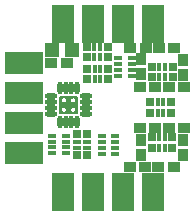
<source format=gts>
G04 DipTrace 3.0.0.2*
G04 ECGNCHADCBFR0402.gts*
%MOIN*%
G04 #@! TF.FileFunction,Soldermask,Top*
G04 #@! TF.Part,Single*
%ADD18C,0.005906*%
%ADD36C,0.0065*%
%ADD56O,0.041339X0.019685*%
%ADD58O,0.019685X0.041339*%
%ADD60R,0.027559X0.017717*%
%ADD62R,0.027559X0.028543*%
%ADD64R,0.017717X0.027559*%
%ADD66R,0.028543X0.027559*%
%ADD68R,0.087874X0.074803*%
%ADD70R,0.070866X0.074803*%
%ADD74R,0.074803X0.087874*%
%ADD78R,0.074803X0.070866*%
%ADD80R,0.051181X0.047244*%
%ADD82R,0.031496X0.017717*%
%ADD84R,0.035433X0.043307*%
%ADD86R,0.043307X0.035433*%
%FSLAX26Y26*%
G04*
G70*
G90*
G75*
G01*
G04 TopMask*
%LPD*%
D86*
X424024Y102209D3*
X372843D3*
D84*
X411843Y192304D3*
Y141123D3*
D82*
X159657Y147630D3*
Y167315D3*
Y187000D3*
Y206685D3*
X114382D3*
Y187000D3*
Y167315D3*
Y147630D3*
X279231Y204332D3*
Y184647D3*
Y164962D3*
Y145277D3*
X324507D3*
Y164962D3*
Y184647D3*
Y204332D3*
X335335Y466196D3*
Y446510D3*
Y426825D3*
Y407140D3*
X380610D3*
Y426825D3*
Y446510D3*
Y466196D3*
D86*
X458178Y233261D3*
X406997D3*
D80*
X179962Y492697D3*
X113033D3*
D86*
X163012Y448063D3*
X111831D3*
X503875Y232886D3*
X555056D3*
D84*
X550134Y193587D3*
Y142406D3*
D86*
X467867Y102167D3*
X519049D3*
X425705Y499612D3*
X374524D3*
X458463Y368546D3*
X407282D3*
D84*
X411895Y411463D3*
Y462644D3*
X550429Y408917D3*
Y460098D3*
D86*
X503577Y368856D3*
X554759D3*
X470874Y499596D3*
X522055D3*
D78*
X350000Y550000D3*
X450000D3*
D74*
X350000Y600000D3*
X450000D3*
D78*
X350000Y50000D3*
X450000D3*
D74*
X350000Y0D3*
X450000D3*
D70*
X50000Y150000D3*
Y250000D3*
Y350000D3*
Y450000D3*
D68*
X0D3*
Y350000D3*
Y250000D3*
Y150000D3*
D78*
X250000Y50000D3*
X150000D3*
D74*
X250000Y0D3*
X150000D3*
D78*
X250000Y550000D3*
X150000D3*
D74*
X250000Y600000D3*
X150000D3*
D66*
X229848Y468037D3*
D64*
X255045D3*
X274730D3*
D66*
X299730D3*
Y503470D3*
D64*
X274730D3*
X255045D3*
D66*
X229848D3*
X445684Y400797D3*
D64*
X470881D3*
X490566D3*
D66*
X515566D3*
Y436230D3*
D64*
X490566D3*
X470881D3*
D66*
X445684D3*
D62*
X195571Y211807D3*
D60*
Y186610D3*
Y166925D3*
D62*
Y141925D3*
X231004D3*
D60*
Y166925D3*
Y186610D3*
D62*
Y211807D3*
D66*
X230327Y395020D3*
D64*
X255524D3*
X275209D3*
D66*
X300209D3*
Y430453D3*
D64*
X275209D3*
X255524D3*
D66*
X230327D3*
X440329Y283318D3*
D64*
X465526D3*
X485211D3*
D66*
X510211D3*
Y318751D3*
D64*
X485211D3*
X465526D3*
D66*
X440329D3*
X445589Y165491D3*
D64*
X470786D3*
X490471D3*
D66*
X515471D3*
Y200924D3*
D64*
X490471D3*
X470786D3*
D66*
X445589D3*
X196714Y337140D2*
D18*
X141084D1*
Y281230D1*
X196714D1*
Y337140D1*
G36*
X177300Y318366D2*
X158668D1*
Y299741D1*
X177300D1*
Y318366D1*
G37*
G36*
X198028Y315621D2*
X177034D1*
Y303144D1*
X198028D1*
Y315621D1*
G37*
G36*
X177300Y301565D2*
X161945D1*
Y280178D1*
X177300D1*
Y301565D1*
G37*
G36*
X175070Y338586D2*
X162861D1*
Y318235D1*
X175070D1*
Y338586D1*
G37*
G36*
X159052Y315358D2*
X139770D1*
Y302749D1*
X159052D1*
Y315358D1*
G37*
X173638Y293584D2*
D36*
X173665Y294316D1*
X173745Y295045D1*
X173878Y295767D1*
X174064Y296477D1*
X174301Y297174D1*
X174589Y297853D1*
X174926Y298512D1*
X175309Y299146D1*
X175739Y299754D1*
X176211Y300331D1*
X176725Y300876D1*
X177277Y301385D1*
X177865Y301855D1*
X178487Y302286D1*
X179138Y302674D1*
X179815Y303018D1*
X180517Y303316D1*
X181238Y303567D1*
X181976Y303769D1*
X182727Y303921D1*
X183487Y304023D1*
X184253Y304074D1*
X185021D1*
X185787Y304023D1*
X186547Y303921D1*
X187298Y303769D1*
X188036Y303567D1*
X188757Y303316D1*
X189459Y303018D1*
X190137Y302674D1*
X190788Y302286D1*
X191409Y301855D1*
X191997Y301385D1*
X192549Y300876D1*
X193063Y300331D1*
X193536Y299754D1*
X193965Y299146D1*
X194349Y298512D1*
X194685Y297853D1*
X194973Y297174D1*
X195210Y296477D1*
X195396Y295767D1*
X195529Y295045D1*
X195609Y294316D1*
X195636Y293584D1*
X195609Y292852D1*
X195529Y292123D1*
X195396Y291402D1*
X195210Y290691D1*
X194973Y289994D1*
X194685Y289315D1*
X194349Y288656D1*
X193965Y288022D1*
X193536Y287415D1*
X193063Y286837D1*
X192549Y286293D1*
X191997Y285784D1*
X191409Y285313D1*
X190788Y284882D1*
X190137Y284494D1*
X189459Y284150D1*
X188757Y283852D1*
X188036Y283602D1*
X187298Y283400D1*
X186547Y283247D1*
X185787Y283145D1*
X185021Y283094D1*
X184253D1*
X183487Y283145D1*
X182727Y283247D1*
X181976Y283400D1*
X181238Y283602D1*
X180517Y283852D1*
X179815Y284150D1*
X179138Y284494D1*
X178487Y284882D1*
X177865Y285313D1*
X177277Y285784D1*
X176725Y286293D1*
X176211Y286837D1*
X175739Y287415D1*
X175309Y288022D1*
X174926Y288656D1*
X174589Y289315D1*
X174301Y289994D1*
X174064Y290691D1*
X173878Y291402D1*
X173745Y292123D1*
X173665Y292852D1*
X173638Y293584D1*
X142280Y293453D2*
X142307Y294185D1*
X142387Y294914D1*
X142520Y295635D1*
X142706Y296346D1*
X142943Y297043D1*
X143231Y297722D1*
X143567Y298380D1*
X143951Y299015D1*
X144380Y299622D1*
X144853Y300200D1*
X145367Y300744D1*
X145919Y301253D1*
X146507Y301724D1*
X147128Y302155D1*
X147779Y302543D1*
X148457Y302887D1*
X149159Y303185D1*
X149880Y303435D1*
X150618Y303637D1*
X151369Y303790D1*
X152129Y303892D1*
X152895Y303943D1*
X153663D1*
X154429Y303892D1*
X155189Y303790D1*
X155940Y303637D1*
X156678Y303435D1*
X157399Y303185D1*
X158101Y302887D1*
X158778Y302543D1*
X159429Y302155D1*
X160051Y301724D1*
X160639Y301253D1*
X161191Y300744D1*
X161705Y300200D1*
X162177Y299622D1*
X162607Y299015D1*
X162990Y298380D1*
X163327Y297722D1*
X163615Y297043D1*
X163852Y296346D1*
X164038Y295635D1*
X164171Y294914D1*
X164251Y294185D1*
X164278Y293453D1*
X164251Y292721D1*
X164171Y291992D1*
X164038Y291270D1*
X163852Y290560D1*
X163615Y289863D1*
X163327Y289183D1*
X162990Y288525D1*
X162607Y287890D1*
X162177Y287283D1*
X161705Y286706D1*
X161191Y286161D1*
X160639Y285652D1*
X160051Y285181D1*
X159429Y284751D1*
X158778Y284363D1*
X158101Y284019D1*
X157399Y283721D1*
X156678Y283470D1*
X155940Y283268D1*
X155189Y283116D1*
X154429Y283014D1*
X153663Y282963D1*
X152895D1*
X152129Y283014D1*
X151369Y283116D1*
X150618Y283268D1*
X149880Y283470D1*
X149159Y283721D1*
X148457Y284019D1*
X147779Y284363D1*
X147128Y284751D1*
X146507Y285181D1*
X145919Y285652D1*
X145367Y286161D1*
X144853Y286706D1*
X144380Y287283D1*
X143951Y287890D1*
X143567Y288525D1*
X143231Y289183D1*
X142943Y289863D1*
X142706Y290560D1*
X142520Y291270D1*
X142387Y291992D1*
X142307Y292721D1*
X142280Y293453D1*
X173520Y324687D2*
X173547Y325419D1*
X173627Y326148D1*
X173760Y326869D1*
X173946Y327580D1*
X174183Y328277D1*
X174470Y328956D1*
X174807Y329615D1*
X175190Y330249D1*
X175619Y330857D1*
X176092Y331434D1*
X176605Y331978D1*
X177157Y332487D1*
X177745Y332958D1*
X178365Y333389D1*
X179016Y333777D1*
X179693Y334121D1*
X180394Y334419D1*
X181115Y334670D1*
X181853Y334872D1*
X182603Y335024D1*
X183363Y335126D1*
X184128Y335177D1*
X184895D1*
X185661Y335126D1*
X186420Y335024D1*
X187171Y334872D1*
X187908Y334670D1*
X188629Y334419D1*
X189330Y334121D1*
X190007Y333777D1*
X190658Y333389D1*
X191279Y332958D1*
X191866Y332487D1*
X192418Y331978D1*
X192932Y331434D1*
X193404Y330857D1*
X193833Y330249D1*
X194217Y329615D1*
X194553Y328956D1*
X194840Y328277D1*
X195077Y327580D1*
X195263Y326869D1*
X195396Y326148D1*
X195477Y325419D1*
X195503Y324687D1*
X195477Y323955D1*
X195396Y323226D1*
X195263Y322505D1*
X195077Y321794D1*
X194840Y321097D1*
X194553Y320418D1*
X194217Y319759D1*
X193833Y319125D1*
X193404Y318517D1*
X192932Y317940D1*
X192418Y317396D1*
X191866Y316887D1*
X191279Y316416D1*
X190658Y315985D1*
X190007Y315597D1*
X189330Y315253D1*
X188629Y314955D1*
X187908Y314704D1*
X187171Y314502D1*
X186420Y314350D1*
X185661Y314248D1*
X184895Y314197D1*
X184128D1*
X183363Y314248D1*
X182603Y314350D1*
X181853Y314502D1*
X181115Y314704D1*
X180394Y314955D1*
X179693Y315253D1*
X179016Y315597D1*
X178365Y315985D1*
X177745Y316416D1*
X177157Y316887D1*
X176605Y317396D1*
X176092Y317940D1*
X175619Y318517D1*
X175190Y319125D1*
X174807Y319759D1*
X174470Y320418D1*
X174183Y321097D1*
X173946Y321794D1*
X173760Y322505D1*
X173627Y323226D1*
X173547Y323955D1*
X173520Y324687D1*
X142413D2*
X142440Y325419D1*
X142520Y326148D1*
X142653Y326869D1*
X142839Y327580D1*
X143076Y328277D1*
X143364Y328956D1*
X143700Y329615D1*
X144084Y330249D1*
X144513Y330857D1*
X144986Y331434D1*
X145500Y331978D1*
X146052Y332487D1*
X146640Y332958D1*
X147261Y333389D1*
X147912Y333777D1*
X148590Y334121D1*
X149291Y334419D1*
X150013Y334670D1*
X150751Y334872D1*
X151502Y335024D1*
X152262Y335126D1*
X153028Y335177D1*
X153796D1*
X154561Y335126D1*
X155322Y335024D1*
X156073Y334872D1*
X156811Y334670D1*
X157532Y334419D1*
X158233Y334121D1*
X158911Y333777D1*
X159562Y333389D1*
X160183Y332958D1*
X160772Y332487D1*
X161324Y331978D1*
X161837Y331434D1*
X162310Y330857D1*
X162739Y330249D1*
X163123Y329615D1*
X163460Y328956D1*
X163747Y328277D1*
X163985Y327580D1*
X164170Y326869D1*
X164304Y326148D1*
X164384Y325419D1*
X164411Y324687D1*
X164384Y323955D1*
X164304Y323226D1*
X164170Y322505D1*
X163985Y321794D1*
X163747Y321097D1*
X163460Y320418D1*
X163123Y319759D1*
X162739Y319125D1*
X162310Y318517D1*
X161837Y317940D1*
X161324Y317396D1*
X160772Y316887D1*
X160183Y316416D1*
X159562Y315985D1*
X158911Y315597D1*
X158233Y315253D1*
X157532Y314955D1*
X156811Y314704D1*
X156073Y314502D1*
X155322Y314350D1*
X154561Y314248D1*
X153796Y314197D1*
X153028D1*
X152262Y314248D1*
X151502Y314350D1*
X150751Y314502D1*
X150013Y314704D1*
X149291Y314955D1*
X148590Y315253D1*
X147912Y315597D1*
X147261Y315985D1*
X146640Y316416D1*
X146052Y316887D1*
X145500Y317396D1*
X144986Y317940D1*
X144513Y318517D1*
X144084Y319125D1*
X143700Y319759D1*
X143364Y320418D1*
X143076Y321097D1*
X142839Y321794D1*
X142653Y322505D1*
X142520Y323226D1*
X142440Y323955D1*
X142413Y324687D1*
D58*
X198427Y366139D3*
X178741D3*
X159056D3*
X139371D3*
D56*
X111812Y338580D3*
Y318895D3*
Y299210D3*
Y279525D3*
D58*
X139371Y251966D3*
X159056D3*
X178741D3*
X198427D3*
D56*
X225986Y279525D3*
Y299210D3*
Y318895D3*
Y338580D3*
M02*

</source>
